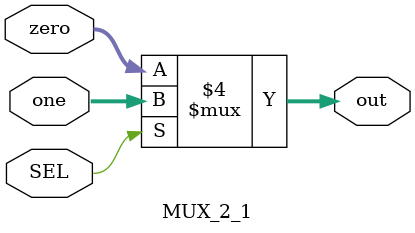
<source format=sv>
`timescale 1ns / 1ps


module MUX_2_1#(parameter WIDTH=3)(
    input [WIDTH:0] zero,
    input [WIDTH:0] one,
    input SEL,
    output logic [WIDTH:0] out
    );
    
    always_comb
    
    begin
        if (SEL == 0)
            begin
                out = zero;
            end
        else
            begin
                out = one;
            end
    end     
endmodule

</source>
